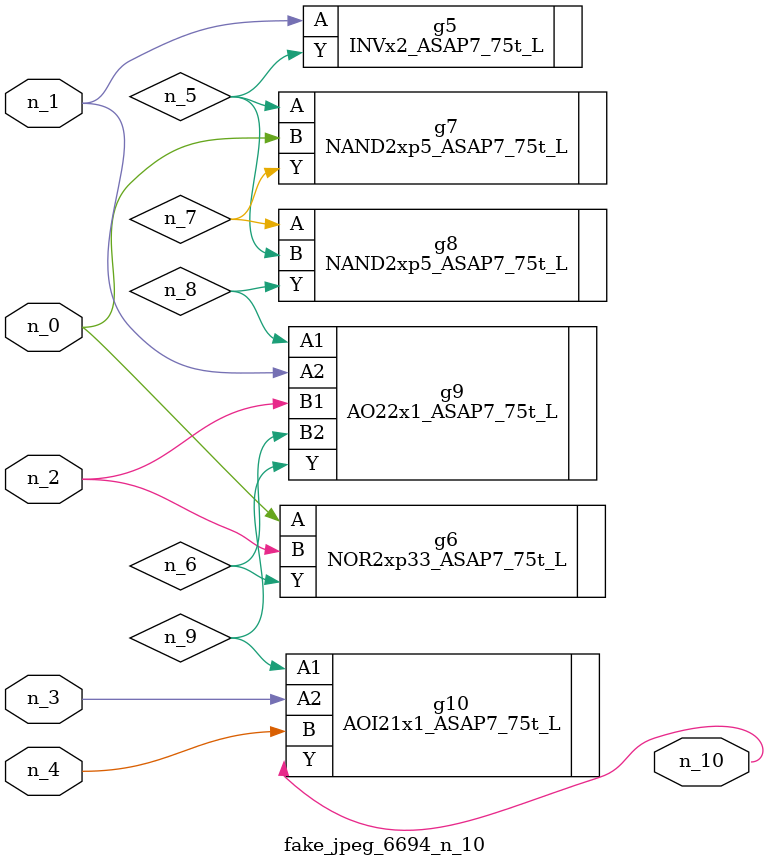
<source format=v>
module fake_jpeg_6694_n_10 (n_3, n_2, n_1, n_0, n_4, n_10);

input n_3;
input n_2;
input n_1;
input n_0;
input n_4;

output n_10;

wire n_8;
wire n_9;
wire n_6;
wire n_5;
wire n_7;

INVx2_ASAP7_75t_L g5 ( 
.A(n_1),
.Y(n_5)
);

NOR2xp33_ASAP7_75t_L g6 ( 
.A(n_0),
.B(n_2),
.Y(n_6)
);

NAND2xp5_ASAP7_75t_L g7 ( 
.A(n_5),
.B(n_0),
.Y(n_7)
);

NAND2xp5_ASAP7_75t_L g8 ( 
.A(n_7),
.B(n_5),
.Y(n_8)
);

AO22x1_ASAP7_75t_L g9 ( 
.A1(n_8),
.A2(n_1),
.B1(n_2),
.B2(n_6),
.Y(n_9)
);

AOI21x1_ASAP7_75t_L g10 ( 
.A1(n_9),
.A2(n_3),
.B(n_4),
.Y(n_10)
);


endmodule
</source>
